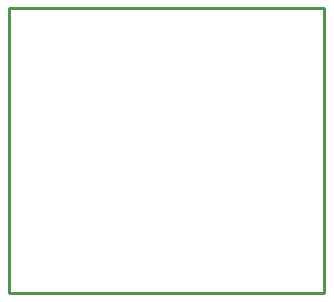
<source format=gko>
%FSLAX25Y25*%
%MOIN*%
G70*
G01*
G75*
%ADD10C,0.02000*%
%ADD11C,0.05906*%
%ADD12R,0.05906X0.05906*%
%ADD13P,0.06494X8X22.5*%
%ADD14C,0.01000*%
D14*
X2000Y1500D02*
Y96500D01*
Y1500D02*
X107000D01*
Y96500D01*
X2000D02*
X107000D01*
M02*

</source>
